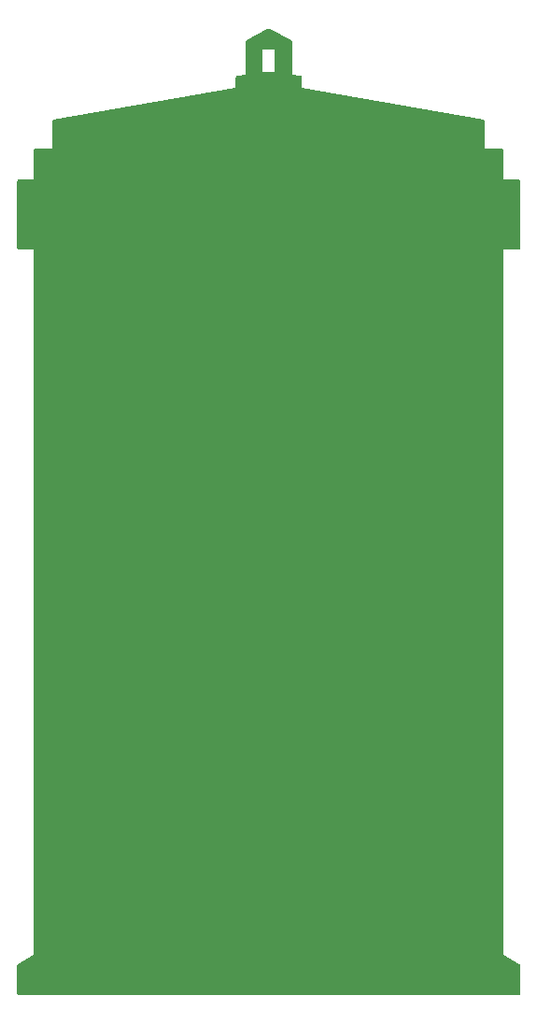
<source format=gtl>
G04 #@! TF.GenerationSoftware,KiCad,Pcbnew,(6.99.0-2501-g45393f228a)*
G04 #@! TF.CreationDate,2022-07-20T10:21:51-05:00*
G04 #@! TF.ProjectId,tardis,74617264-6973-42e6-9b69-6361645f7063,rev?*
G04 #@! TF.SameCoordinates,Original*
G04 #@! TF.FileFunction,Copper,L1,Top*
G04 #@! TF.FilePolarity,Positive*
%FSLAX46Y46*%
G04 Gerber Fmt 4.6, Leading zero omitted, Abs format (unit mm)*
G04 Created by KiCad (PCBNEW (6.99.0-2501-g45393f228a)) date 2022-07-20 10:21:51*
%MOMM*%
%LPD*%
G01*
G04 APERTURE LIST*
G04 #@! TA.AperFunction,ViaPad*
%ADD10C,0.800000*%
G04 #@! TD*
G04 APERTURE END LIST*
D10*
X167000000Y-152200000D03*
X123000000Y-152200000D03*
G04 #@! TA.AperFunction,NonConductor*
G36*
X145128230Y-65416097D02*
G01*
X147034222Y-66464393D01*
X147084271Y-66514748D01*
X147099500Y-66574796D01*
X147099500Y-69599871D01*
X147099462Y-69599940D01*
X147099500Y-69600072D01*
X147099500Y-69600099D01*
X147099527Y-69600164D01*
X147099577Y-69600338D01*
X147099605Y-69600353D01*
X147099617Y-69600383D01*
X147099784Y-69600452D01*
X147099846Y-69600486D01*
X147099874Y-69600489D01*
X147100000Y-69600541D01*
X147100072Y-69600511D01*
X147112496Y-69601891D01*
X147112498Y-69601892D01*
X147887414Y-69687994D01*
X147952910Y-69715396D01*
X147993193Y-69773858D01*
X147999500Y-69813223D01*
X147999500Y-70799855D01*
X147999467Y-70799907D01*
X147999500Y-70800055D01*
X147999500Y-70800099D01*
X147999521Y-70800151D01*
X147999557Y-70800311D01*
X147999598Y-70800337D01*
X147999617Y-70800383D01*
X147999767Y-70800445D01*
X147999816Y-70800476D01*
X147999862Y-70800484D01*
X148000000Y-70800541D01*
X148000056Y-70800518D01*
X148012061Y-70802615D01*
X148012063Y-70802616D01*
X160636615Y-73008110D01*
X164495184Y-73682197D01*
X164558846Y-73713624D01*
X164595411Y-73774480D01*
X164599500Y-73806317D01*
X164599500Y-76299901D01*
X164599459Y-76300000D01*
X164599500Y-76300099D01*
X164599617Y-76300383D01*
X164600000Y-76300541D01*
X164600099Y-76300500D01*
X166173500Y-76300500D01*
X166241621Y-76320502D01*
X166288114Y-76374158D01*
X166299500Y-76426500D01*
X166299500Y-79099901D01*
X166299459Y-79100000D01*
X166299500Y-79100099D01*
X166299617Y-79100383D01*
X166300000Y-79100541D01*
X166300099Y-79100500D01*
X167673500Y-79100500D01*
X167741621Y-79120502D01*
X167788114Y-79174158D01*
X167799500Y-79226500D01*
X167799500Y-85273500D01*
X167779498Y-85341621D01*
X167725842Y-85388114D01*
X167673500Y-85399500D01*
X166300099Y-85399500D01*
X166300000Y-85399459D01*
X166299901Y-85399500D01*
X166299617Y-85399617D01*
X166299459Y-85400000D01*
X166299500Y-85400099D01*
X166299500Y-149299963D01*
X166299475Y-149300131D01*
X166299561Y-149300247D01*
X166299617Y-149300383D01*
X166299775Y-149300448D01*
X166312192Y-149307898D01*
X167738326Y-150163579D01*
X167786449Y-150215778D01*
X167799500Y-150271623D01*
X167799500Y-152873500D01*
X167779498Y-152941621D01*
X167725842Y-152988114D01*
X167673500Y-152999500D01*
X122326500Y-152999500D01*
X122258379Y-152979498D01*
X122211886Y-152925842D01*
X122200500Y-152873500D01*
X122200500Y-150271623D01*
X122220502Y-150203502D01*
X122261674Y-150163579D01*
X123677406Y-149314140D01*
X123700228Y-149300447D01*
X123700383Y-149300383D01*
X123700438Y-149300250D01*
X123700526Y-149300131D01*
X123700500Y-149299959D01*
X123700500Y-85400099D01*
X123700541Y-85400000D01*
X123700383Y-85399617D01*
X123700099Y-85399500D01*
X123700000Y-85399459D01*
X123699901Y-85399500D01*
X122326500Y-85399500D01*
X122258379Y-85379498D01*
X122211886Y-85325842D01*
X122200500Y-85273500D01*
X122200500Y-79226500D01*
X122220502Y-79158379D01*
X122274158Y-79111886D01*
X122326500Y-79100500D01*
X123699901Y-79100500D01*
X123700000Y-79100541D01*
X123700099Y-79100500D01*
X123700383Y-79100383D01*
X123700541Y-79100000D01*
X123700500Y-79099901D01*
X123700500Y-76426500D01*
X123720502Y-76358379D01*
X123774158Y-76311886D01*
X123826500Y-76300500D01*
X125399901Y-76300500D01*
X125400000Y-76300541D01*
X125400099Y-76300500D01*
X125400383Y-76300383D01*
X125400541Y-76300000D01*
X125400500Y-76299901D01*
X125400500Y-73806317D01*
X125420502Y-73738196D01*
X125474158Y-73691703D01*
X125504815Y-73682197D01*
X141999944Y-70800518D01*
X142000000Y-70800541D01*
X142000139Y-70800484D01*
X142000183Y-70800476D01*
X142000230Y-70800446D01*
X142000383Y-70800383D01*
X142000402Y-70800337D01*
X142000443Y-70800311D01*
X142000478Y-70800153D01*
X142000500Y-70800099D01*
X142000500Y-70800052D01*
X142000532Y-70799907D01*
X142000500Y-70799856D01*
X142000500Y-69813223D01*
X142020502Y-69745102D01*
X142074158Y-69698609D01*
X142112586Y-69687994D01*
X142245050Y-69673276D01*
X142899928Y-69600511D01*
X142900000Y-69600541D01*
X142900126Y-69600489D01*
X142900154Y-69600486D01*
X142900216Y-69600452D01*
X142900383Y-69600383D01*
X142900395Y-69600353D01*
X142900423Y-69600338D01*
X142900473Y-69600164D01*
X142900500Y-69600099D01*
X142900500Y-69600072D01*
X142900538Y-69599940D01*
X142900500Y-69599871D01*
X142900500Y-69300000D01*
X144399459Y-69300000D01*
X144399500Y-69300099D01*
X144399617Y-69300383D01*
X144400000Y-69300541D01*
X144400099Y-69300500D01*
X145499901Y-69300500D01*
X145500000Y-69300541D01*
X145500099Y-69300500D01*
X145500383Y-69300383D01*
X145500541Y-69300000D01*
X145500500Y-69299901D01*
X145500500Y-67300099D01*
X145500541Y-67300000D01*
X145500383Y-67299617D01*
X145500099Y-67299500D01*
X145500000Y-67299459D01*
X145499901Y-67299500D01*
X144400099Y-67299500D01*
X144400000Y-67299459D01*
X144399901Y-67299500D01*
X144399617Y-67299617D01*
X144399459Y-67300000D01*
X144399500Y-67300099D01*
X144399500Y-69299901D01*
X144399459Y-69300000D01*
X142900500Y-69300000D01*
X142900500Y-66574796D01*
X142920502Y-66506675D01*
X142965778Y-66464393D01*
X144871771Y-65416097D01*
X144932493Y-65400500D01*
X145067508Y-65400500D01*
X145128230Y-65416097D01*
G37*
G04 #@! TD.AperFunction*
M02*

</source>
